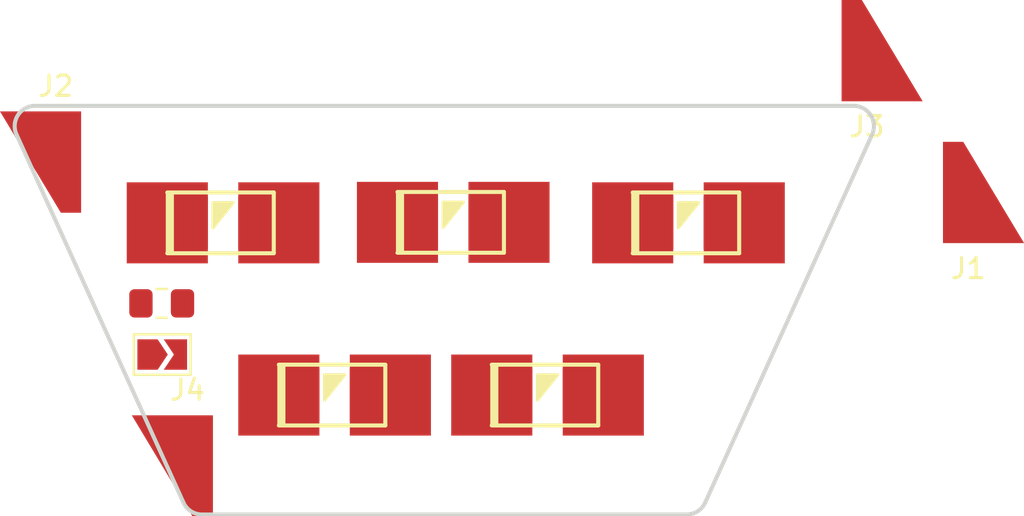
<source format=kicad_pcb>
(kicad_pcb (version 20171130) (host pcbnew 5.0.2-bee76a0~70~ubuntu16.04.1)

  (general
    (thickness 1.6)
    (drawings 8)
    (tracks 0)
    (zones 0)
    (modules 11)
    (nets 8)
  )

  (page A4)
  (layers
    (0 F.Cu signal)
    (31 B.Cu signal)
    (32 B.Adhes user)
    (33 F.Adhes user)
    (34 B.Paste user)
    (35 F.Paste user)
    (36 B.SilkS user)
    (37 F.SilkS user)
    (38 B.Mask user)
    (39 F.Mask user)
    (40 Dwgs.User user)
    (41 Cmts.User user)
    (42 Eco1.User user)
    (43 Eco2.User user)
    (44 Edge.Cuts user)
    (45 Margin user)
    (46 B.CrtYd user)
    (47 F.CrtYd user)
    (48 B.Fab user)
    (49 F.Fab user hide)
  )

  (setup
    (last_trace_width 0.25)
    (trace_clearance 0.2)
    (zone_clearance 0.508)
    (zone_45_only no)
    (trace_min 0.2)
    (segment_width 0.2)
    (edge_width 0.15)
    (via_size 0.8)
    (via_drill 0.4)
    (via_min_size 0.4)
    (via_min_drill 0.3)
    (uvia_size 0.3)
    (uvia_drill 0.1)
    (uvias_allowed no)
    (uvia_min_size 0.2)
    (uvia_min_drill 0.1)
    (pcb_text_width 0.3)
    (pcb_text_size 1.5 1.5)
    (mod_edge_width 0.15)
    (mod_text_size 1 1)
    (mod_text_width 0.15)
    (pad_size 1 1)
    (pad_drill 0)
    (pad_to_mask_clearance 0.051)
    (solder_mask_min_width 0.25)
    (aux_axis_origin 0 0)
    (visible_elements FFFFFF7F)
    (pcbplotparams
      (layerselection 0x010fc_ffffffff)
      (usegerberextensions false)
      (usegerberattributes false)
      (usegerberadvancedattributes false)
      (creategerberjobfile false)
      (excludeedgelayer true)
      (linewidth 0.100000)
      (plotframeref false)
      (viasonmask false)
      (mode 1)
      (useauxorigin false)
      (hpglpennumber 1)
      (hpglpenspeed 20)
      (hpglpendiameter 15.000000)
      (psnegative false)
      (psa4output false)
      (plotreference true)
      (plotvalue true)
      (plotinvisibletext false)
      (padsonsilk false)
      (subtractmaskfromsilk false)
      (outputformat 1)
      (mirror false)
      (drillshape 1)
      (scaleselection 1)
      (outputdirectory ""))
  )

  (net 0 "")
  (net 1 "Net-(D1-Pad1)")
  (net 2 VCC)
  (net 3 "Net-(D2-Pad1)")
  (net 4 "Net-(D3-Pad1)")
  (net 5 "Net-(D4-Pad1)")
  (net 6 GND)
  (net 7 "Net-(D5-Pad2)")

  (net_class Default "This is the default net class."
    (clearance 0.2)
    (trace_width 0.25)
    (via_dia 0.8)
    (via_drill 0.4)
    (uvia_dia 0.3)
    (uvia_drill 0.1)
    (add_net GND)
    (add_net "Net-(D1-Pad1)")
    (add_net "Net-(D2-Pad1)")
    (add_net "Net-(D3-Pad1)")
    (add_net "Net-(D4-Pad1)")
    (add_net "Net-(D5-Pad2)")
    (add_net VCC)
  )

  (module Local:EDGE_PAD (layer F.Cu) (tedit 5C202E8E) (tstamp 5C389939)
    (at 109 75 180)
    (path /5C3EA50E)
    (fp_text reference J4 (at 0.75 -1.25 180) (layer F.SilkS)
      (effects (font (size 1 1) (thickness 0.15)))
    )
    (fp_text value Conn_01x01 (at 0 -8.75 180) (layer F.Fab)
      (effects (font (size 1 1) (thickness 0.15)))
    )
    (pad 1 smd custom (at 0.5 -5 180) (size 1 1) (layers F.Cu F.Paste F.Mask)
      (net 2 VCC) (die_length 5) (zone_connect 2)
      (options (clearance outline) (anchor rect))
      (primitives
        (gr_poly (pts
           (xy 3 2.5) (xy 0 -2.5) (xy -1 -2.5) (xy -1 2.5)) (width 0))
      ))
  )

  (module Local:EDGE_PAD (layer F.Cu) (tedit 5C202DEF) (tstamp 5C3898D3)
    (at 141 64.5)
    (path /5C3EA5A2)
    (fp_text reference J3 (at 0.75 -1.25) (layer F.SilkS)
      (effects (font (size 1 1) (thickness 0.15)))
    )
    (fp_text value Conn_01x01 (at 0 -8.75) (layer F.Fab)
      (effects (font (size 1 1) (thickness 0.15)))
    )
    (pad 1 smd custom (at 0.5 -5) (size 1 1) (layers F.Cu F.Paste F.Mask)
      (net 6 GND) (die_length 5) (zone_connect 0)
      (options (clearance outline) (anchor rect))
      (primitives
        (gr_poly (pts
           (xy 3 2.5) (xy 0 -2.5) (xy -1 -2.5) (xy -1 2.5)) (width 0))
      ))
  )

  (module Local:EDGE_PAD (layer F.Cu) (tedit 5C202DEF) (tstamp 5C3898CF)
    (at 102.5 60 180)
    (path /5C3E90B8)
    (fp_text reference J2 (at 0.75 -1.25 180) (layer F.SilkS)
      (effects (font (size 1 1) (thickness 0.15)))
    )
    (fp_text value Conn_01x01 (at 0 -8.75 180) (layer F.Fab)
      (effects (font (size 1 1) (thickness 0.15)))
    )
    (pad 1 smd custom (at 0.5 -5 180) (size 1 1) (layers F.Cu F.Paste F.Mask)
      (net 2 VCC) (die_length 5) (zone_connect 0)
      (options (clearance outline) (anchor rect))
      (primitives
        (gr_poly (pts
           (xy 3 2.5) (xy 0 -2.5) (xy -1 -2.5) (xy -1 2.5)) (width 0))
      ))
  )

  (module Local:EDGE_PAD (layer F.Cu) (tedit 5C202DEF) (tstamp 5C3898CB)
    (at 146 71.5)
    (path /5C3EA6EC)
    (fp_text reference J1 (at 0.75 -1.25) (layer F.SilkS)
      (effects (font (size 1 1) (thickness 0.15)))
    )
    (fp_text value Conn_01x01 (at 0 -8.75) (layer F.Fab)
      (effects (font (size 1 1) (thickness 0.15)))
    )
    (pad 1 smd custom (at 0.5 -5) (size 1 1) (layers F.Cu F.Paste F.Mask)
      (net 6 GND) (die_length 5) (zone_connect 0)
      (options (clearance outline) (anchor rect))
      (primitives
        (gr_poly (pts
           (xy 3 2.5) (xy 0 -2.5) (xy -1 -2.5) (xy -1 2.5)) (width 0))
      ))
  )

  (module Jumper:SolderJumper-2_P1.3mm_Open_TrianglePad1.0x1.5mm (layer F.Cu) (tedit 5C202A81) (tstamp 5C388452)
    (at 107 74.5)
    (descr "SMD Solder Jumper, 1x1.5mm Triangular Pads, 0.3mm gap, open")
    (tags "solder jumper open")
    (path /5C3E8950)
    (attr virtual)
    (fp_text reference JP1 (at 0 -1.8) (layer F.SilkS) hide
      (effects (font (size 1 1) (thickness 0.15)))
    )
    (fp_text value Jumper_2_Open (at 0 1.9) (layer F.Fab)
      (effects (font (size 1 1) (thickness 0.15)))
    )
    (fp_line (start -1.4 1) (end -1.4 -1) (layer F.SilkS) (width 0.12))
    (fp_line (start 1.4 1) (end -1.4 1) (layer F.SilkS) (width 0.12))
    (fp_line (start 1.4 -1) (end 1.4 1) (layer F.SilkS) (width 0.12))
    (fp_line (start -1.4 -1) (end 1.4 -1) (layer F.SilkS) (width 0.12))
    (fp_line (start -1.65 -1.25) (end 1.65 -1.25) (layer F.CrtYd) (width 0.05))
    (fp_line (start -1.65 -1.25) (end -1.65 1.25) (layer F.CrtYd) (width 0.05))
    (fp_line (start 1.65 1.25) (end 1.65 -1.25) (layer F.CrtYd) (width 0.05))
    (fp_line (start 1.65 1.25) (end -1.65 1.25) (layer F.CrtYd) (width 0.05))
    (pad 2 smd custom (at 0.725 0) (size 0.3 0.3) (layers F.Cu F.Mask)
      (net 7 "Net-(D5-Pad2)") (zone_connect 0)
      (options (clearance outline) (anchor rect))
      (primitives
        (gr_poly (pts
           (xy -0.65 -0.75) (xy 0.5 -0.75) (xy 0.5 0.75) (xy -0.65 0.75) (xy -0.15 0)
) (width 0))
      ))
    (pad 1 smd custom (at -0.725 0) (size 0.3 0.3) (layers F.Cu F.Mask)
      (net 5 "Net-(D4-Pad1)") (zone_connect 0)
      (options (clearance outline) (anchor rect))
      (primitives
        (gr_poly (pts
           (xy -0.5 -0.75) (xy 0.5 -0.75) (xy 1 0) (xy 0.5 0.75) (xy -0.5 0.75)
) (width 0))
      ))
  )

  (module Resistor_SMD:R_0805_2012Metric_Pad1.15x1.40mm_HandSolder (layer F.Cu) (tedit 5C202A7D) (tstamp 5C3883CC)
    (at 106.975001 71.975001)
    (descr "Resistor SMD 0805 (2012 Metric), square (rectangular) end terminal, IPC_7351 nominal with elongated pad for handsoldering. (Body size source: https://docs.google.com/spreadsheets/d/1BsfQQcO9C6DZCsRaXUlFlo91Tg2WpOkGARC1WS5S8t0/edit?usp=sharing), generated with kicad-footprint-generator")
    (tags "resistor handsolder")
    (path /5C3E8764)
    (attr smd)
    (fp_text reference R1 (at 0 -1.65) (layer F.SilkS) hide
      (effects (font (size 1 1) (thickness 0.15)))
    )
    (fp_text value R (at 0 1.65) (layer F.Fab)
      (effects (font (size 1 1) (thickness 0.15)))
    )
    (fp_line (start -1 0.6) (end -1 -0.6) (layer F.Fab) (width 0.1))
    (fp_line (start -1 -0.6) (end 1 -0.6) (layer F.Fab) (width 0.1))
    (fp_line (start 1 -0.6) (end 1 0.6) (layer F.Fab) (width 0.1))
    (fp_line (start 1 0.6) (end -1 0.6) (layer F.Fab) (width 0.1))
    (fp_line (start -0.261252 -0.71) (end 0.261252 -0.71) (layer F.SilkS) (width 0.12))
    (fp_line (start -0.261252 0.71) (end 0.261252 0.71) (layer F.SilkS) (width 0.12))
    (fp_line (start -1.85 0.95) (end -1.85 -0.95) (layer F.CrtYd) (width 0.05))
    (fp_line (start -1.85 -0.95) (end 1.85 -0.95) (layer F.CrtYd) (width 0.05))
    (fp_line (start 1.85 -0.95) (end 1.85 0.95) (layer F.CrtYd) (width 0.05))
    (fp_line (start 1.85 0.95) (end -1.85 0.95) (layer F.CrtYd) (width 0.05))
    (fp_text user %R (at 0 0) (layer F.Fab)
      (effects (font (size 0.5 0.5) (thickness 0.08)))
    )
    (pad 1 smd roundrect (at -1.025 0) (size 1.15 1.4) (layers F.Cu F.Paste F.Mask) (roundrect_rratio 0.217391)
      (net 5 "Net-(D4-Pad1)"))
    (pad 2 smd roundrect (at 1.025 0) (size 1.15 1.4) (layers F.Cu F.Paste F.Mask) (roundrect_rratio 0.217391)
      (net 7 "Net-(D5-Pad2)"))
    (model ${KISYS3DMOD}/Resistor_SMD.3dshapes/R_0805_2012Metric.wrl
      (at (xyz 0 0 0))
      (scale (xyz 1 1 1))
      (rotate (xyz 0 0 0))
    )
  )

  (module Local:OSRAM_LA_T68B (layer F.Cu) (tedit 5C2028B5) (tstamp 5C2CB5DD)
    (at 121.35 67.975)
    (path /5C3E8647)
    (fp_text reference D5 (at 2.75 3.5) (layer F.SilkS) hide
      (effects (font (size 1 1) (thickness 0.15)))
    )
    (fp_text value LED (at 0 -3.5) (layer F.Fab)
      (effects (font (size 1 1) (thickness 0.15)))
    )
    (fp_poly (pts (xy -2.75 -1.5) (xy -2.75 1.5) (xy -2.5 1.5) (xy -2.5 -1.5)) (layer F.SilkS) (width 0.15))
    (fp_line (start 2.5 -1.5) (end -2.75 -1.5) (layer F.SilkS) (width 0.2))
    (fp_line (start 2.5 1.5) (end 2.5 -1.5) (layer F.SilkS) (width 0.2))
    (fp_line (start -2.75 1.5) (end 2.5 1.5) (layer F.SilkS) (width 0.2))
    (fp_poly (pts (xy -0.5 0.25) (xy 0.5 -1) (xy -0.5 -1)) (layer F.SilkS) (width 0.15))
    (pad 1 smd rect (at -2.75 0) (size 4 4) (layers F.Cu)
      (net 6 GND))
    (pad 2 smd rect (at 2.75 0) (size 4 4) (layers F.Cu)
      (net 7 "Net-(D5-Pad2)"))
    (pad 2 smd rect (at 1.5 0) (size 1.5 2.6) (layers F.Cu F.Paste F.Mask)
      (net 7 "Net-(D5-Pad2)"))
    (pad 1 smd rect (at -1.5 0) (size 1.5 2.6) (layers F.Cu F.Paste F.Mask)
      (net 6 GND))
    (model ${KISYS3DMOD}/LED_SMD.3dshapes/LED_0201_0603Metric.step
      (at (xyz 0 0 0))
      (scale (xyz 5 7 7))
      (rotate (xyz 0 0 0))
    )
  )

  (module Local:OSRAM_LA_T68B (layer F.Cu) (tedit 5C2028B5) (tstamp 5C2CB5D0)
    (at 126 76.5)
    (path /5C3E861B)
    (fp_text reference D4 (at 2.75 3.5) (layer F.SilkS) hide
      (effects (font (size 1 1) (thickness 0.15)))
    )
    (fp_text value LED (at 0 -3.5) (layer F.Fab)
      (effects (font (size 1 1) (thickness 0.15)))
    )
    (fp_poly (pts (xy -2.75 -1.5) (xy -2.75 1.5) (xy -2.5 1.5) (xy -2.5 -1.5)) (layer F.SilkS) (width 0.15))
    (fp_line (start 2.5 -1.5) (end -2.75 -1.5) (layer F.SilkS) (width 0.2))
    (fp_line (start 2.5 1.5) (end 2.5 -1.5) (layer F.SilkS) (width 0.2))
    (fp_line (start -2.75 1.5) (end 2.5 1.5) (layer F.SilkS) (width 0.2))
    (fp_poly (pts (xy -0.5 0.25) (xy 0.5 -1) (xy -0.5 -1)) (layer F.SilkS) (width 0.15))
    (pad 1 smd rect (at -2.75 0) (size 4 4) (layers F.Cu)
      (net 5 "Net-(D4-Pad1)"))
    (pad 2 smd rect (at 2.75 0) (size 4 4) (layers F.Cu)
      (net 4 "Net-(D3-Pad1)"))
    (pad 2 smd rect (at 1.5 0) (size 1.5 2.6) (layers F.Cu F.Paste F.Mask)
      (net 4 "Net-(D3-Pad1)"))
    (pad 1 smd rect (at -1.5 0) (size 1.5 2.6) (layers F.Cu F.Paste F.Mask)
      (net 5 "Net-(D4-Pad1)"))
    (model ${KISYS3DMOD}/LED_SMD.3dshapes/LED_0201_0603Metric.step
      (at (xyz 0 0 0))
      (scale (xyz 5 7 7))
      (rotate (xyz 0 0 0))
    )
  )

  (module Local:OSRAM_LA_T68B (layer F.Cu) (tedit 5C2028B5) (tstamp 5C2CB5C3)
    (at 132.95 68)
    (path /5C3E85ED)
    (fp_text reference D3 (at 2.75 3.5) (layer F.SilkS) hide
      (effects (font (size 1 1) (thickness 0.15)))
    )
    (fp_text value LED (at 0 -3.5) (layer F.Fab)
      (effects (font (size 1 1) (thickness 0.15)))
    )
    (fp_poly (pts (xy -2.75 -1.5) (xy -2.75 1.5) (xy -2.5 1.5) (xy -2.5 -1.5)) (layer F.SilkS) (width 0.15))
    (fp_line (start 2.5 -1.5) (end -2.75 -1.5) (layer F.SilkS) (width 0.2))
    (fp_line (start 2.5 1.5) (end 2.5 -1.5) (layer F.SilkS) (width 0.2))
    (fp_line (start -2.75 1.5) (end 2.5 1.5) (layer F.SilkS) (width 0.2))
    (fp_poly (pts (xy -0.5 0.25) (xy 0.5 -1) (xy -0.5 -1)) (layer F.SilkS) (width 0.15))
    (pad 1 smd rect (at -2.75 0) (size 4 4) (layers F.Cu)
      (net 4 "Net-(D3-Pad1)"))
    (pad 2 smd rect (at 2.75 0) (size 4 4) (layers F.Cu)
      (net 3 "Net-(D2-Pad1)"))
    (pad 2 smd rect (at 1.5 0) (size 1.5 2.6) (layers F.Cu F.Paste F.Mask)
      (net 3 "Net-(D2-Pad1)"))
    (pad 1 smd rect (at -1.5 0) (size 1.5 2.6) (layers F.Cu F.Paste F.Mask)
      (net 4 "Net-(D3-Pad1)"))
    (model ${KISYS3DMOD}/LED_SMD.3dshapes/LED_0201_0603Metric.step
      (at (xyz 0 0 0))
      (scale (xyz 5 7 7))
      (rotate (xyz 0 0 0))
    )
  )

  (module Local:OSRAM_LA_T68B (layer F.Cu) (tedit 5C2028B5) (tstamp 5C2CB5B6)
    (at 115.5 76.5)
    (path /5C3E85BD)
    (fp_text reference D2 (at 2.75 3.5) (layer F.SilkS) hide
      (effects (font (size 1 1) (thickness 0.15)))
    )
    (fp_text value LED (at 0 -3.5) (layer F.Fab)
      (effects (font (size 1 1) (thickness 0.15)))
    )
    (fp_poly (pts (xy -2.75 -1.5) (xy -2.75 1.5) (xy -2.5 1.5) (xy -2.5 -1.5)) (layer F.SilkS) (width 0.15))
    (fp_line (start 2.5 -1.5) (end -2.75 -1.5) (layer F.SilkS) (width 0.2))
    (fp_line (start 2.5 1.5) (end 2.5 -1.5) (layer F.SilkS) (width 0.2))
    (fp_line (start -2.75 1.5) (end 2.5 1.5) (layer F.SilkS) (width 0.2))
    (fp_poly (pts (xy -0.5 0.25) (xy 0.5 -1) (xy -0.5 -1)) (layer F.SilkS) (width 0.15))
    (pad 1 smd rect (at -2.75 0) (size 4 4) (layers F.Cu)
      (net 3 "Net-(D2-Pad1)"))
    (pad 2 smd rect (at 2.75 0) (size 4 4) (layers F.Cu)
      (net 1 "Net-(D1-Pad1)"))
    (pad 2 smd rect (at 1.5 0) (size 1.5 2.6) (layers F.Cu F.Paste F.Mask)
      (net 1 "Net-(D1-Pad1)"))
    (pad 1 smd rect (at -1.5 0) (size 1.5 2.6) (layers F.Cu F.Paste F.Mask)
      (net 3 "Net-(D2-Pad1)"))
    (model ${KISYS3DMOD}/LED_SMD.3dshapes/LED_0201_0603Metric.step
      (at (xyz 0 0 0))
      (scale (xyz 5 7 7))
      (rotate (xyz 0 0 0))
    )
  )

  (module Local:OSRAM_LA_T68B (layer F.Cu) (tedit 5C2028B5) (tstamp 5C2CB5A9)
    (at 110 68)
    (path /5C3E19A1)
    (fp_text reference D1 (at 2.75 3.5) (layer F.SilkS) hide
      (effects (font (size 1 1) (thickness 0.15)))
    )
    (fp_text value LED (at 0 -3.5) (layer F.Fab)
      (effects (font (size 1 1) (thickness 0.15)))
    )
    (fp_poly (pts (xy -2.75 -1.5) (xy -2.75 1.5) (xy -2.5 1.5) (xy -2.5 -1.5)) (layer F.SilkS) (width 0.15))
    (fp_line (start 2.5 -1.5) (end -2.75 -1.5) (layer F.SilkS) (width 0.2))
    (fp_line (start 2.5 1.5) (end 2.5 -1.5) (layer F.SilkS) (width 0.2))
    (fp_line (start -2.75 1.5) (end 2.5 1.5) (layer F.SilkS) (width 0.2))
    (fp_poly (pts (xy -0.5 0.25) (xy 0.5 -1) (xy -0.5 -1)) (layer F.SilkS) (width 0.15))
    (pad 1 smd rect (at -2.75 0) (size 4 4) (layers F.Cu)
      (net 1 "Net-(D1-Pad1)"))
    (pad 2 smd rect (at 2.75 0) (size 4 4) (layers F.Cu)
      (net 2 VCC))
    (pad 2 smd rect (at 1.5 0) (size 1.5 2.6) (layers F.Cu F.Paste F.Mask)
      (net 2 VCC))
    (pad 1 smd rect (at -1.5 0) (size 1.5 2.6) (layers F.Cu F.Paste F.Mask)
      (net 1 "Net-(D1-Pad1)"))
    (model ${KISYS3DMOD}/LED_SMD.3dshapes/LED_0201_0603Metric.step
      (at (xyz 0 0 0))
      (scale (xyz 5 7 7))
      (rotate (xyz 0 0 0))
    )
  )

  (gr_line (start 141.094928 62.225) (end 100.725 62.225) (layer Edge.Cuts) (width 0.2))
  (gr_arc (start 141.094928 63.225) (end 142.005784 63.637723) (angle -114.3760236) (layer Edge.Cuts) (width 0.2))
  (gr_line (start 133.772561 81.807971) (end 142.005784 63.637723) (layer Edge.Cuts) (width 0.2))
  (gr_arc (start 132.861704 81.395248) (end 132.861704 82.395248) (angle -65.62397637) (layer Edge.Cuts) (width 0.2))
  (gr_line (start 108.958224 82.395248) (end 132.861704 82.395248) (layer Edge.Cuts) (width 0.2))
  (gr_arc (start 108.958224 81.395248) (end 108.047367 81.807971) (angle -65.62397637) (layer Edge.Cuts) (width 0.2))
  (gr_line (start 99.814144 63.637723) (end 108.047367 81.807971) (layer Edge.Cuts) (width 0.2))
  (gr_arc (start 100.725 63.225) (end 100.725 62.225) (angle -114.3760236) (layer Edge.Cuts) (width 0.2))

  (zone (net 2) (net_name VCC) (layer F.Cu) (tstamp 0) (hatch edge 0.508)
    (connect_pads yes (clearance 0.508))
    (min_thickness 0.254)
    (fill yes (arc_segments 16) (thermal_gap 0.508) (thermal_bridge_width 0.508))
    (polygon
      (pts
        (xy 109 82.5) (xy 107.5 80.5) (xy 134.5 80.5) (xy 133.5 82.5)
      )
    )
  )
)

</source>
